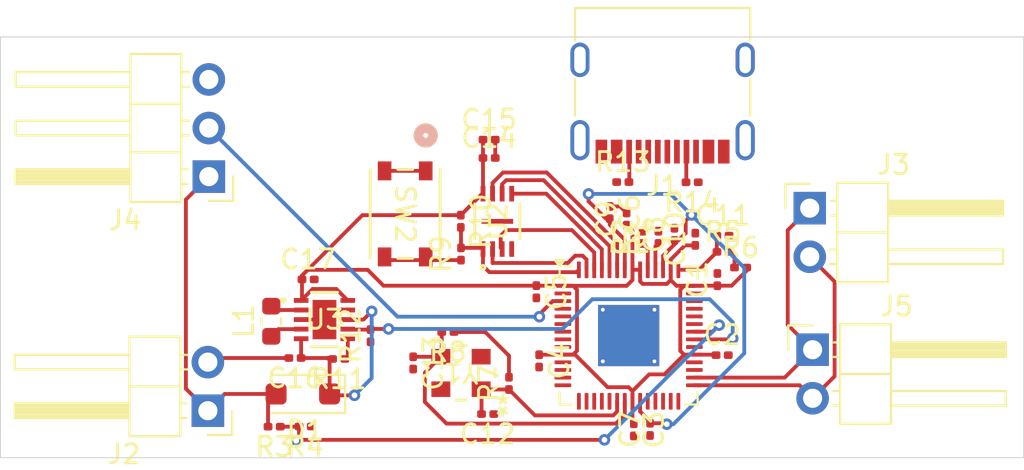
<source format=kicad_pcb>
(kicad_pcb (version 20240108) (generator "pcbnew") (generator_version "8.0")
  (layers (0 "F.Cu" signal) (31 "B.Cu" signal) (34 "B.Paste" user) (35 "F.Paste" user) (36 "B.SilkS" user "B.Silkscreen") (37 "F.SilkS" user "F.Silkscreen") (38 "B.Mask" user) (39 "F.Mask" user) (44 "Edge.Cuts" user))
  (net 0 "")
  (net 1 "/3V3")
  (net 2 "GND")
  (net 3 "/1V1")
  (net 4 "/ADC_AVDD")
  (net 5 "/XIN")
  (net 6 "/XOUT")
  (net 8 "/VSYS")
  (net 9 "/5v")
  (net 10 "/D+")
  (net 12 "/CC2")
  (net 15 "/D-")
  (net 17 "/CC1")
  (net 20 "/I2C D-")
  (net 21 "/I2C D+")
  (net 22 "Net-(U3-LX2)")
  (net 23 "Net-(U3-LX1)")
  (net 24 "Net-(U1-USB_DM)")
  (net 25 "Net-(U1-USB_DP)")
  (net 26 "/GPIO24")
  (net 27 "/ADC_VREF")
  (net 28 "Net-(R7-Pad2)")
  (net 29 "/QSPI_CSN")
  (net 30 "Net-(R9-Pad1)")
  (net 31 "/3V3_EN")
  (net 32 "/GPIO23")
  (net 34 "/QSPI_SD1")
  (net 38 "/LED OUT")
  (net 45 "/QSPI_SD3")
  (net 47 "/RUN")
  (net 52 "/QSPI_SD2")
  (net 58 "/QSPI_SCLK")
  (net 61 "/QSPI_SD0")
  (footprint "Resistor_SMD:R_0201_0603Metric" (layer "F.Cu") (at 129.515 86.07)
    (property "Reference" "R5" (at 0 -1.05 0) (layer "F.SilkS"))
    (property "Value" "1R")
    (pad "1" smd roundrect (at -0.32 0) (size 0.46 0.4) (layers "F.Cu" "F.Mask") (net 4 "/ADC_AVDD"))
    (pad "2" smd roundrect (at 0.32 0) (size 0.46 0.4) (layers "F.Cu" "F.Mask") (net 27 "/ADC_VREF"))
  )
  (footprint "Resistor_SMD:R_0201_0603Metric" (layer "F.Cu") (at 130.43 86.89)
    (property "Reference" "R6" (at 0 -1.05 0) (layer "F.SilkS"))
    (property "Value" "200R")
    (pad "1" smd roundrect (at -0.32 0) (size 0.46 0.4) (layers "F.Cu" "F.Mask") (net 27 "/ADC_VREF"))
    (pad "2" smd roundrect (at 0.32 0) (size 0.46 0.4) (layers "F.Cu" "F.Mask") (net 1 "/3V3"))
  )
  (footprint "RT6150B_33GQW:10-WFDFN-EP_RIT" (layer "F.Cu") (at 108.6708 89.610001)
    (property "Reference" "U3" (at 0 0 0) (layer "F.SilkS"))
    (property "Value" "RT6150B-33GQW")
    (pad "1" smd rect (at -1.2192 -1.000001) (size 0.762 0.254) (layers "F.Cu" "F.Paste" "F.Mask") (net 1 "/3V3"))
    (pad "2" smd rect (at -1.2192 -0.499999) (size 0.762 0.254) (layers "F.Cu" "F.Paste" "F.Mask") (net 22 "Net-(U3-LX2)"))
    (pad "3" smd rect (at -1.2192 0) (size 0.762 0.254) (layers "F.Cu" "F.Paste" "F.Mask") (net 2 "GND"))
    (pad "4" smd rect (at -1.2192 0.499999) (size 0.762 0.254) (layers "F.Cu" "F.Paste" "F.Mask") (net 23 "Net-(U3-LX1)"))
    (pad "5" smd rect (at -1.2192 1.000001) (size 0.762 0.254) (layers "F.Cu" "F.Paste" "F.Mask") (net 8 "/VSYS"))
    (pad "6" smd rect (at 1.2192 1.000001) (size 0.762 0.254) (layers "F.Cu" "F.Paste" "F.Mask") (net 31 "/3V3_EN"))
    (pad "7" smd rect (at 1.2192 0.499999) (size 0.762 0.254) (layers "F.Cu" "F.Paste" "F.Mask") (net 32 "/GPIO23"))
    (pad "8" smd rect (at 1.2192 0) (size 0.762 0.254) (layers "F.Cu" "F.Paste" "F.Mask") (net 8 "/VSYS"))
    (pad "9" smd rect (at 1.2192 -0.499999) (size 0.762 0.254) (layers "F.Cu" "F.Paste" "F.Mask") (net 2 "GND"))
    (pad "10" smd rect (at 1.2192 -1.000001) (size 0.762 0.254) (layers "F.Cu" "F.Paste" "F.Mask") (net 1 "/3V3"))
    (pad "11" smd rect (at 0 0) (size 1.2446 2.0574) (layers "F.Cu" "F.Paste" "F.Mask") (net 2 "GND"))
  )
  (footprint "Resistor_SMD:R_0201_0603Metric" (layer "F.Cu") (at 127.895 82.43 180)
    (property "Reference" "R14" (at 0 -1.05 0) (layer "F.SilkS"))
    (property "Value" "5.11K")
    (pad "1" smd roundrect (at -0.32 0 180) (size 0.46 0.4) (layers "F.Cu" "F.Mask") (net 2 "GND"))
    (pad "2" smd roundrect (at 0.32 0 180) (size 0.46 0.4) (layers "F.Cu" "F.Mask") (net 17 "/CC1"))
  )
  (footprint "Inductor_SMD:L_0603_1608Metric" (layer "F.Cu") (at 105.89 89.697502 90)
    (property "Reference" "L1" (at 0 -1.43 90) (layer "F.SilkS"))
    (property "Value" "L")
    (pad "1" smd roundrect (at -0.7875 0 90) (size 0.875 0.95) (layers "F.Cu" "F.Paste" "F.Mask") (net 23 "Net-(U3-LX1)"))
    (pad "2" smd roundrect (at 0.7875 0 90) (size 0.875 0.95) (layers "F.Cu" "F.Paste" "F.Mask") (net 22 "Net-(U3-LX2)"))
  )
  (footprint "PTS815_SJM_250_SMTR_LFS:SW4_PTS815 SJM 250 SMTR LFS_CNK" (layer "F.Cu") (at 112.89 84.0842 -90)
    (property "Reference" "SW2" (at 0 0 -90) (layer "F.SilkS"))
    (property "Value" "PTS815 SJM 250 SMTR LFS")
    (pad "1" smd rect (at -2.250001 -1.074999 270) (size 0.9906 0.7112) (layers "F.Cu" "F.Paste" "F.Mask") (net 2 "GND"))
    (pad "2" smd rect (at 2.250001 -1.074999 270) (size 0.9906 0.7112) (layers "F.Cu" "F.Paste" "F.Mask") (net 30 "Net-(R9-Pad1)"))
    (pad "3" smd rect (at -2.250001 1.074999 270) (size 0.9906 0.7112) (layers "F.Cu" "F.Paste" "F.Mask") (net 2 "GND"))
    (pad "4" smd rect (at 2.250001 1.074999 270) (size 0.9906 0.7112) (layers "F.Cu" "F.Paste" "F.Mask") (net 30 "Net-(R9-Pad1)"))
  )
  (footprint "Capacitor_SMD:C_0201_0603Metric" (layer "F.Cu") (at 107.815 87.510002)
    (property "Reference" "C17" (at 0 -1.05 0) (layer "F.SilkS"))
    (property "Value" "0.47uF")
    (pad "1" smd roundrect (at -0.32 0) (size 0.46 0.4) (layers "F.Cu" "F.Mask") (net 1 "/3V3"))
    (pad "2" smd roundrect (at 0.32 0) (size 0.46 0.4) (layers "F.Cu" "F.Mask") (net 2 "GND"))
  )
  (footprint "Resistor_SMD:R_0201_0603Metric" (layer "F.Cu") (at 109.415 91.670002 180)
    (property "Reference" "R11" (at 0 -1.05 0) (layer "F.SilkS"))
    (property "Value" "100K")
    (pad "1" smd roundrect (at -0.32 0 180) (size 0.46 0.4) (layers "F.Cu" "F.Mask") (net 31 "/3V3_EN"))
    (pad "2" smd roundrect (at 0.32 0 180) (size 0.46 0.4) (layers "F.Cu" "F.Mask") (net 8 "/VSYS"))
  )
  (footprint "Capacitor_SMD:C_0201_0603Metric" (layer "F.Cu") (at 126.97 85.155 90)
    (property "Reference" "C8" (at 0 -1.05 90) (layer "F.SilkS"))
    (property "Value" "2u2")
    (pad "1" smd roundrect (at -0.32 0 90) (size 0.46 0.4) (layers "F.Cu" "F.Mask") (net 3 "/1V1"))
    (pad "2" smd roundrect (at 0.32 0 90) (size 0.46 0.4) (layers "F.Cu" "F.Mask") (net 2 "GND"))
  )
  (footprint "Connector_PinHeader_2.54mm:PinHeader_1x02_P2.54mm_Horizontal" (layer "F.Cu") (at 102.575 94.375 180)
    (property "Reference" "J2" (at 4.385 -2.27 0) (layer "F.SilkS"))
    (property "Value" "Conn_01x02_Pin")
    (pad "1" thru_hole rect (at 0 0 180) (size 1.7 1.7) (drill 1) (layers "*.Cu" "*.Mask") (net 9 "/5v"))
    (pad "2" thru_hole oval (at 0 2.54 180) (size 1.7 1.7) (drill 1) (layers "*.Cu" "*.Mask") (net 2 "GND"))
  )
  (footprint "Capacitor_SMD:C_0201_0603Metric" (layer "F.Cu") (at 124.47 84.355 90)
    (property "Reference" "C9" (at 0 -1.05 90) (layer "F.SilkS"))
    (property "Value" "100nF")
    (pad "1" smd roundrect (at -0.32 0 90) (size 0.46 0.4) (layers "F.Cu" "F.Mask") (net 1 "/3V3"))
    (pad "2" smd roundrect (at 0.32 0 90) (size 0.46 0.4) (layers "F.Cu" "F.Mask") (net 2 "GND"))
  )
  (footprint "Capacitor_SMD:C_0201_0603Metric" (layer "F.Cu") (at 128.06 85.41 90)
    (property "Reference" "C10" (at 0 -1.05 90) (layer "F.SilkS"))
    (property "Value" "2u2")
    (pad "1" smd roundrect (at -0.32 0 90) (size 0.46 0.4) (layers "F.Cu" "F.Mask") (net 1 "/3V3"))
    (pad "2" smd roundrect (at 0.32 0 90) (size 0.46 0.4) (layers "F.Cu" "F.Mask") (net 2 "GND"))
  )
  (footprint "Package_DFN_QFN:QFN-56-1EP_7x7mm_P0.4mm_EP3.2x3.2mm_ThermalVias" (layer "F.Cu") (at 124.575 90.445)
    (property "Reference" "U1" (at 0 -4.83 0) (layer "F.SilkS"))
    (property "Value" "RP2040")
    (pad "1" smd roundrect (at -3.4375 -2.6) (size 0.875 0.2) (layers "F.Cu" "F.Paste" "F.Mask") (net 1 "/3V3"))
    (pad "2" smd roundrect (at -3.4375 -2.2) (size 0.875 0.2) (layers "F.Cu" "F.Paste" "F.Mask"))
    (pad "3" smd roundrect (at -3.4375 -1.8) (size 0.875 0.2) (layers "F.Cu" "F.Paste" "F.Mask") (net 38 "/LED OUT"))
    (pad "4" smd roundrect (at -3.4375 -1.4) (size 0.875 0.2) (layers "F.Cu" "F.Paste" "F.Mask"))
    (pad "5" smd roundrect (at -3.4375 -1) (size 0.875 0.2) (layers "F.Cu" "F.Paste" "F.Mask"))
    (pad "6" smd roundrect (at -3.4375 -0.6) (size 0.875 0.2) (layers "F.Cu" "F.Paste" "F.Mask"))
    (pad "7" smd roundrect (at -3.4375 -0.2) (size 0.875 0.2) (layers "F.Cu" "F.Paste" "F.Mask"))
    (pad "8" smd roundrect (at -3.4375 0.2) (size 0.875 0.2) (layers "F.Cu" "F.Paste" "F.Mask"))
    (pad "9" smd roundrect (at -3.4375 0.6) (size 0.875 0.2) (layers "F.Cu" "F.Paste" "F.Mask"))
    (pad "10" smd roundrect (at -3.4375 1) (size 0.875 0.2) (layers "F.Cu" "F.Paste" "F.Mask") (net 1 "/3V3"))
    (pad "11" smd roundrect (at -3.4375 1.4) (size 0.875 0.2) (layers "F.Cu" "F.Paste" "F.Mask"))
    (pad "12" smd roundrect (at -3.4375 1.8) (size 0.875 0.2) (layers "F.Cu" "F.Paste" "F.Mask"))
    (pad "13" smd roundrect (at -3.4375 2.2) (size 0.875 0.2) (layers "F.Cu" "F.Paste" "F.Mask"))
    (pad "14" smd roundrect (at -3.4375 2.6) (size 0.875 0.2) (layers "F.Cu" "F.Paste" "F.Mask"))
    (pad "15" smd roundrect (at -2.6 3.4375) (size 0.2 0.875) (layers "F.Cu" "F.Paste" "F.Mask"))
    (pad "16" smd roundrect (at -2.2 3.4375) (size 0.2 0.875) (layers "F.Cu" "F.Paste" "F.Mask"))
    (pad "17" smd roundrect (at -1.8 3.4375) (size 0.2 0.875) (layers "F.Cu" "F.Paste" "F.Mask"))
    (pad "18" smd roundrect (at -1.4 3.4375) (size 0.2 0.875) (layers "F.Cu" "F.Paste" "F.Mask"))
    (pad "19" smd roundrect (at -1 3.4375) (size 0.2 0.875) (layers "F.Cu" "F.Paste" "F.Mask") (net 2 "GND"))
    (pad "20" smd roundrect (at -0.6 3.4375) (size 0.2 0.875) (layers "F.Cu" "F.Paste" "F.Mask") (net 5 "/XIN"))
    (pad "21" smd roundrect (at -0.2 3.4375) (size 0.2 0.875) (layers "F.Cu" "F.Paste" "F.Mask") (net 6 "/XOUT"))
    (pad "22" smd roundrect (at 0.2 3.4375) (size 0.2 0.875) (layers "F.Cu" "F.Paste" "F.Mask") (net 1 "/3V3"))
    (pad "23" smd roundrect (at 0.6 3.4375) (size 0.2 0.875) (layers "F.Cu" "F.Paste" "F.Mask") (net 3 "/1V1"))
    (pad "24" smd roundrect (at 1 3.4375) (size 0.2 0.875) (layers "F.Cu" "F.Paste" "F.Mask"))
    (pad "25" smd roundrect (at 1.4 3.4375) (size 0.2 0.875) (layers "F.Cu" "F.Paste" "F.Mask"))
    (pad "26" smd roundrect (at 1.8 3.4375) (size 0.2 0.875) (layers "F.Cu" "F.Paste" "F.Mask") (net 47 "/RUN"))
    (pad "27" smd roundrect (at 2.2 3.4375) (size 0.2 0.875) (layers "F.Cu" "F.Paste" "F.Mask"))
    (pad "28" smd roundrect (at 2.6 3.4375) (size 0.2 0.875) (layers "F.Cu" "F.Paste" "F.Mask"))
    (pad "29" smd roundrect (at 3.4375 2.6) (size 0.875 0.2) (layers "F.Cu" "F.Paste" "F.Mask") (net 20 "/I2C D-"))
    (pad "30" smd roundrect (at 3.4375 2.2) (size 0.875 0.2) (layers "F.Cu" "F.Paste" "F.Mask") (net 21 "/I2C D+"))
    (pad "31" smd roundrect (at 3.4375 1.8) (size 0.875 0.2) (layers "F.Cu" "F.Paste" "F.Mask"))
    (pad "32" smd roundrect (at 3.4375 1.4) (size 0.875 0.2) (layers "F.Cu" "F.Paste" "F.Mask"))
    (pad "33" smd roundrect (at 3.4375 1) (size 0.875 0.2) (layers "F.Cu" "F.Paste" "F.Mask") (net 1 "/3V3"))
    (pad "34" smd roundrect (at 3.4375 0.6) (size 0.875 0.2) (layers "F.Cu" "F.Paste" "F.Mask"))
    (pad "35" smd roundrect (at 3.4375 0.2) (size 0.875 0.2) (layers "F.Cu" "F.Paste" "F.Mask") (net 32 "/GPIO23"))
    (pad "36" smd roundrect (at 3.4375 -0.2) (size 0.875 0.2) (layers "F.Cu" "F.Paste" "F.Mask") (net 26 "/GPIO24"))
    (pad "37" smd roundrect (at 3.4375 -0.6) (size 0.875 0.2) (layers "F.Cu" "F.Paste" "F.Mask"))
    (pad "38" smd roundrect (at 3.4375 -1) (size 0.875 0.2) (layers "F.Cu" "F.Paste" "F.Mask"))
    (pad "39" smd roundrect (at 3.4375 -1.4) (size 0.875 0.2) (layers "F.Cu" "F.Paste" "F.Mask"))
    (pad "40" smd roundrect (at 3.4375 -1.8) (size 0.875 0.2) (layers "F.Cu" "F.Paste" "F.Mask"))
    (pad "41" smd roundrect (at 3.4375 -2.2) (size 0.875 0.2) (layers "F.Cu" "F.Paste" "F.Mask"))
    (pad "42" smd roundrect (at 3.4375 -2.6) (size 0.875 0.2) (layers "F.Cu" "F.Paste" "F.Mask") (net 1 "/3V3"))
    (pad "43" smd roundrect (at 2.6 -3.4375) (size 0.2 0.875) (layers "F.Cu" "F.Paste" "F.Mask") (net 4 "/ADC_AVDD"))
    (pad "44" smd roundrect (at 2.2 -3.4375) (size 0.2 0.875) (layers "F.Cu" "F.Paste" "F.Mask") (net 1 "/3V3"))
    (pad "45" smd roundrect (at 1.8 -3.4375) (size 0.2 0.875) (layers "F.Cu" "F.Paste" "F.Mask") (net 3 "/1V1"))
    (pad "46" smd roundrect (at 1.4 -3.4375) (size 0.2 0.875) (layers "F.Cu" "F.Paste" "F.Mask") (net 24 "Net-(U1-USB_DM)"))
    (pad "47" smd roundrect (at 1 -3.4375) (size 0.2 0.875) (layers "F.Cu" "F.Paste" "F.Mask") (net 25 "Net-(U1-USB_DP)"))
    (pad "48" smd roundrect (at 0.6 -3.4375) (size 0.2 0.875) (layers "F.Cu" "F.Paste" "F.Mask") (net 1 "/3V3"))
    (pad "49" smd roundrect (at 0.2 -3.4375) (size 0.2 0.875) (layers "F.Cu" "F.Paste" "F.Mask") (net 1 "/3V3"))
    (pad "50" smd roundrect (at -0.2 -3.4375) (size 0.2 0.875) (layers "F.Cu" "F.Paste" "F.Mask") (net 3 "/1V1"))
    (pad "51" smd roundrect (at -0.6 -3.4375) (size 0.2 0.875) (layers "F.Cu" "F.Paste" "F.Mask") (net 45 "/QSPI_SD3"))
    (pad "52" smd roundrect (at -1 -3.4375) (size 0.2 0.875) (layers "F.Cu" "F.Paste" "F.Mask") (net 58 "/QSPI_SCLK"))
    (pad "53" smd roundrect (at -1.4 -3.4375) (size 0.2 0.875) (layers "F.Cu" "F.Paste" "F.Mask") (net 61 "/QSPI_SD0"))
    (pad "54" smd roundrect (at -1.8 -3.4375) (size 0.2 0.875) (layers "F.Cu" "F.Paste" "F.Mask") (net 52 "/QSPI_SD2"))
    (pad "55" smd roundrect (at -2.2 -3.4375) (size 0.2 0.875) (layers "F.Cu" "F.Paste" "F.Mask") (net 34 "/QSPI_SD1"))
    (pad "56" smd roundrect (at -2.6 -3.4375) (size 0.2 0.875) (layers "F.Cu" "F.Paste" "F.Mask") (net 29 "/QSPI_CSN"))
    (pad "57" thru_hole circle (at -1.35 -1.35) (size 0.5 0.5) (drill 0.2) (property pad_prop_heatsink) (layers "*.Cu") (net 2 "GND"))
    (pad "57" thru_hole circle (at -1.35 1.35) (size 0.5 0.5) (drill 0.2) (property pad_prop_heatsink) (layers "*.Cu") (net 2 "GND"))
    (pad "57" smd rect (at 0 0) (size 3.2 3.2) (property pad_prop_heatsink) (layers "F.Cu" "F.Mask") (net 2 "GND"))
    (pad "57" smd rect (at 0 0) (size 3.2 3.2) (property pad_prop_heatsink) (layers "B.Cu") (net 2 "GND"))
    (pad "57" thru_hole circle (at 1.35 -1.35) (size 0.5 0.5) (drill 0.2) (property pad_prop_heatsink) (layers "*.Cu") (net 2 "GND"))
    (pad "57" thru_hole circle (at 1.35 1.35) (size 0.5 0.5) (drill 0.2) (property pad_prop_heatsink) (layers "*.Cu") (net 2 "GND"))
  )
  (footprint "Capacitor_SMD:C_0201_0603Metric" (layer "F.Cu") (at 119.895 91.77 -90)
    (property "Reference" "C4" (at 0 -1.05 90) (layer "F.SilkS"))
    (property "Value" "100nF")
    (pad "1" smd roundrect (at -0.32 0 270) (size 0.46 0.4) (layers "F.Cu" "F.Mask") (net 1 "/3V3"))
    (pad "2" smd roundrect (at 0.32 0 270) (size 0.46 0.4) (layers "F.Cu" "F.Mask") (net 2 "GND"))
  )
  (footprint "Resistor_SMD:R_0201_0603Metric" (layer "F.Cu") (at 111.08 90.455002 90)
    (property "Reference" "R12" (at 0 -1.05 90) (layer "F.SilkS"))
    (property "Value" "100K")
    (pad "1" smd roundrect (at -0.32 0 90) (size 0.46 0.4) (layers "F.Cu" "F.Mask") (net 2 "GND"))
    (pad "2" smd roundrect (at 0.32 0 90) (size 0.46 0.4) (layers "F.Cu" "F.Mask") (net 32 "/GPIO23"))
  )
  (footprint "Resistor_SMD:R_0201_0603Metric" (layer "F.Cu") (at 115.8 84.47 -90)
    (property "Reference" "R10" (at 0 -1.05 90) (layer "F.SilkS"))
    (property "Value" "No-Fit")
    (pad "1" smd roundrect (at -0.32 0 270) (size 0.46 0.4) (layers "F.Cu" "F.Mask") (net 1 "/3V3"))
    (pad "2" smd roundrect (at 0.32 0 270) (size 0.46 0.4) (layers "F.Cu" "F.Mask") (net 29 "/QSPI_CSN"))
  )
  (footprint "Capacitor_SMD:C_0201_0603Metric" (layer "F.Cu") (at 129.215 87.52 90)
    (property "Reference" "C1" (at 0 -1.05 90) (layer "F.SilkS"))
    (property "Value" "100nF")
    (pad "1" smd roundrect (at -0.32 0 90) (size 0.46 0.4) (layers "F.Cu" "F.Mask") (net 1 "/3V3"))
    (pad "2" smd roundrect (at 0.32 0 90) (size 0.46 0.4) (layers "F.Cu" "F.Mask") (net 2 "GND"))
  )
  (footprint "Capacitor_SMD:C_0201_0603Metric" (layer "F.Cu") (at 119.75 88.155 -90)
    (property "Reference" "C5" (at 0 -1.05 90) (layer "F.SilkS"))
    (property "Value" "100nF")
    (pad "1" smd roundrect (at -0.32 0 270) (size 0.46 0.4) (layers "F.Cu" "F.Mask") (net 1 "/3V3"))
    (pad "2" smd roundrect (at 0.32 0 270) (size 0.46 0.4) (layers "F.Cu" "F.Mask") (net 2 "GND"))
  )
  (footprint "Connector_PinHeader_2.54mm:PinHeader_1x03_P2.54mm_Horizontal" (layer "F.Cu") (at 102.625 82.135 180)
    (property "Reference" "J4" (at 4.385 -2.27 0) (layer "F.SilkS"))
    (property "Value" "Conn_01x03_Pin")
    (pad "1" thru_hole rect (at 0 0 180) (size 1.7 1.7) (drill 1) (layers "*.Cu" "*.Mask") (net 9 "/5v"))
    (pad "2" thru_hole oval (at 0 2.54 180) (size 1.7 1.7) (drill 1) (layers "*.Cu" "*.Mask") (net 38 "/LED OUT"))
    (pad "3" thru_hole oval (at 0 5.08 180) (size 1.7 1.7) (drill 1) (layers "*.Cu" "*.Mask") (net 2 "GND"))
  )
  (footprint "Resistor_SMD:R_0201_0603Metric" (layer "F.Cu") (at 124.27 82.42)
    (property "Reference" "R13" (at 0 -1.05 0) (layer "F.SilkS"))
    (property "Value" "5.11K")
    (pad "1" smd roundrect (at -0.32 0) (size 0.46 0.4) (layers "F.Cu" "F.Mask") (net 2 "GND"))
    (pad "2" smd roundrect (at 0.32 0) (size 0.46 0.4) (layers "F.Cu" "F.Mask") (net 12 "/CC2"))
  )
  (footprint "Capacitor_SMD:C_0201_0603Metric" (layer "F.Cu") (at 117.2037 94.5506 180)
    (property "Reference" "C12" (at 0 -1.05 0) (layer "F.SilkS"))
    (property "Value" "15pF")
    (pad "1" smd roundrect (at -0.32 0 180) (size 0.46 0.4) (layers "F.Cu" "F.Mask") (net 2 "GND"))
    (pad "2" smd roundrect (at 0.32 0 180) (size 0.46 0.4) (layers "F.Cu" "F.Mask") (net 5 "/XIN"))
  )
  (footprint "W25Q16JVUXIQ_TR:USON-8_UX_2x3x0p6_WIN" (layer "F.Cu") (at 117.71 84.475 90)
    (property "Reference" "U2" (at 0 0 90) (layer "F.SilkS"))
    (property "Value" "W25Q16JVUXIQ TR")
    (pad "1" smd rect (at -1.4478 -0.750001 90) (size 0.8128 0.254) (layers "F.Cu" "F.Paste" "F.Mask") (net 29 "/QSPI_CSN"))
    (pad "2" smd rect (at -1.4478 -0.25 90) (size 0.8128 0.254) (layers "F.Cu" "F.Paste" "F.Mask") (net 34 "/QSPI_SD1"))
    (pad "3" smd rect (at -1.4478 0.25 90) (size 0.8128 0.254) (layers "F.Cu" "F.Paste" "F.Mask") (net 52 "/QSPI_SD2"))
    (pad "4" smd rect (at -1.4478 0.750001 90) (size 0.8128 0.254) (layers "F.Cu" "F.Paste" "F.Mask") (net 2 "GND"))
    (pad "5" smd rect (at 1.4478 0.750001 90) (size 0.8128 0.254) (layers "F.Cu" "F.Paste" "F.Mask") (net 61 "/QSPI_SD0"))
    (pad "6" smd rect (at 1.4478 0.25 90) (size 0.8128 0.254) (layers "F.Cu" "F.Paste" "F.Mask") (net 58 "/QSPI_SCLK"))
    (pad "7" smd rect (at 1.4478 -0.25 90) (size 0.8128 0.254) (layers "F.Cu" "F.Paste" "F.Mask") (net 45 "/QSPI_SD3"))
    (pad "8" smd rect (at 1.4478 -0.750001 90) (size 0.8128 0.254) (layers "F.Cu" "F.Paste" "F.Mask") (net 1 "/3V3"))
    (pad "9" smd rect (at 0 0 90) (size 0.254 1.651) (layers "F.Cu" "F.Paste" "F.Mask"))
  )
  (footprint "Diode_SMD:D_SOD-123F" (layer "F.Cu") (at 107.54 93.5 180)
    (property "Reference" "D1" (at -0.127 -1.905 0) (layer "F.SilkS"))
    (property "Value" "D_Schottky")
    (pad "1" smd roundrect (at -1.4 0 180) (size 1.1 1.1) (layers "F.Cu" "F.Paste" "F.Mask") (roundrect_rratio 0.2272727273) (net 8 "/VSYS"))
    (pad "2" smd roundrect (at 1.4 0 180) (size 1.1 1.1) (layers "F.Cu" "F.Paste" "F.Mask") (roundrect_rratio 0.2272727273) (net 9 "/5v"))
  )
  (footprint "Resistor_SMD:R_0201_0603Metric" (layer "F.Cu") (at 126.13 85.31 90)
    (property "Reference" "R1" (at 0 -1.05 90) (layer "F.SilkS"))
    (property "Value" "27R")
    (pad "1" smd roundrect (at -0.32 0 90) (size 0.46 0.4) (layers "F.Cu" "F.Mask") (net 24 "Net-(U1-USB_DM)"))
    (pad "2" smd roundrect (at 0.32 0 90) (size 0.46 0.4) (layers "F.Cu" "F.Mask") (net 15 "/D-"))
  )
  (footprint "Capacitor_SMD:C_0201_0603Metric" (layer "F.Cu") (at 129.505 85.22)
    (property "Reference" "C11" (at 0 -1.05 0) (layer "F.SilkS"))
    (property "Value" "2u2")
    (pad "1" smd roundrect (at -0.32 0) (size 0.46 0.4) (layers "F.Cu" "F.Mask") (net 4 "/ADC_AVDD"))
    (pad "2" smd roundrect (at 0.32 0) (size 0.46 0.4) (layers "F.Cu" "F.Mask") (net 2 "GND"))
  )
  (footprint "Resistor_SMD:R_0201_0603Metric" (layer "F.Cu") (at 115.1237 90.2606 180)
    (property "Reference" "R8" (at 0 -1.05 0) (layer "F.SilkS"))
    (property "Value" "63")
    (pad "1" smd roundrect (at -0.32 0 180) (size 0.46 0.4) (layers "F.Cu" "F.Mask") (net 28 "Net-(R7-Pad2)"))
    (pad "2" smd roundrect (at 0.32 0 180) (size 0.46 0.4) (layers "F.Cu" "F.Mask") (net 6 "/XOUT"))
  )
  (footprint "ABM8G_12_000MHZ_B4Y_T:CRYSTAL_ABM8G_ABR" (layer "F.Cu") (at 115.81 92.4 180)
    (property "Reference" "Y1" (at 0 0 180) (layer "F.SilkS"))
    (property "Value" "ABM8G-12.000MHZ-B4Y-T")
    (fp_text user "*" (at -2.1844 -1.7 180) (layer "F.SilkS"))
    (fp_text user "*" (at -2.1844 -1.7 0) (layer "F.SilkS"))
    (pad "1" smd rect (at -1.0541 -0.850001 270) (size 0.8128 0.9906) (layers "F.Cu" "F.Paste" "F.Mask") (net 5 "/XIN"))
    (pad "2" smd rect (at -1.0541 0.850001 270) (size 0.8128 0.9906) (layers "F.Cu" "F.Paste" "F.Mask") (net 2 "GND"))
    (pad "3" smd rect (at 1.0541 0.850001 270) (size 0.8128 0.9906) (layers "F.Cu" "F.Paste" "F.Mask") (net 6 "/XOUT"))
    (pad "4" smd rect (at 1.0541 -0.850001 270) (size 0.8128 0.9906) (layers "F.Cu" "F.Paste" "F.Mask") (net 2 "GND"))
  )
  (footprint "Capacitor_SMD:C_0201_0603Metric" (layer "F.Cu") (at 129.465 91.47)
    (property "Reference" "C2" (at 0 -1.05 360) (layer "F.SilkS"))
    (property "Value" "100nF")
    (pad "1" smd roundrect (at -0.32 0) (size 0.46 0.4) (layers "F.Cu" "F.Mask") (net 1 "/3V3"))
    (pad "2" smd roundrect (at 0.32 0) (size 0.46 0.4) (layers "F.Cu" "F.Mask") (net 2 "GND"))
  )
  (footprint "Connector_USB:USB_C_Receptacle_G-Switch_GT-USB-7010ASV" (layer "F.Cu") (at 126.35 77.105 180)
    (property "Reference" "J1" (at 0 -5.5 0) (layer "F.SilkS"))
    (property "Value" "USB_C_Receptacle_USB2.0_16P")
    (pad "" np_thru_hole circle (at -2.89 -2.605 180) (size 0.65 0.65) (drill 0.65) (layers "*.Cu" "*.Mask"))
    (pad "" np_thru_hole circle (at 2.89 -2.605 180) (size 0.65 0.65) (drill 0.65) (layers "*.Cu" "*.Mask"))
    (pad "A1" smd rect (at -3.2 -3.725 180) (size 0.6 1.24) (layers "F.Cu" "F.Paste" "F.Mask") (net 2 "GND"))
    (pad "A4" smd rect (at -2.4 -3.725 180) (size 0.6 1.24) (layers "F.Cu" "F.Paste" "F.Mask"))
    (pad "A5" smd rect (at -1.25 -3.725 180) (size 0.3 1.24) (layers "F.Cu" "F.Paste" "F.Mask") (net 17 "/CC1"))
    (pad "A6" smd rect (at -0.25 -3.725 180) (size 0.3 1.24) (layers "F.Cu" "F.Paste" "F.Mask") (net 10 "/D+"))
    (pad "A7" smd rect (at 0.25 -3.725 180) (size 0.3 1.24) (layers "F.Cu" "F.Paste" "F.Mask") (net 15 "/D-"))
    (pad "A8" smd rect (at 1.25 -3.725 180) (size 0.3 1.24) (layers "F.Cu" "F.Paste" "F.Mask"))
    (pad "A9" smd rect (at 2.4 -3.725 180) (size 0.6 1.24) (layers "F.Cu" "F.Paste" "F.Mask"))
    (pad "A12" smd rect (at 3.2 -3.725 180) (size 0.6 1.24) (layers "F.Cu" "F.Paste" "F.Mask") (net 2 "GND"))
    (pad "B1" smd rect (at 3.2 -3.725 180) (size 0.6 1.24) (layers "F.Cu" "F.Paste" "F.Mask") (net 2 "GND"))
    (pad "B4" smd rect (at 2.4 -3.725 180) (size 0.6 1.24) (layers "F.Cu" "F.Paste" "F.Mask"))
    (pad "B5" smd rect (at 1.75 -3.725 180) (size 0.3 1.24) (layers "F.Cu" "F.Paste" "F.Mask") (net 12 "/CC2"))
    (pad "B6" smd rect (at 0.75 -3.725 180) (size 0.3 1.24) (layers "F.Cu" "F.Paste" "F.Mask") (net 10 "/D+"))
    (pad "B7" smd rect (at -0.75 -3.725 180) (size 0.3 1.24) (layers "F.Cu" "F.Paste" "F.Mask") (net 15 "/D-"))
    (pad "B8" smd rect (at -1.75 -3.725 180) (size 0.3 1.24) (layers "F.Cu" "F.Paste" "F.Mask"))
    (pad "B9" smd rect (at -2.4 -3.725 180) (size 0.6 1.24) (layers "F.Cu" "F.Paste" "F.Mask"))
    (pad "B12" smd rect (at -3.2 -3.725 180) (size 0.6 1.24) (layers "F.Cu" "F.Paste" "F.Mask") (net 2 "GND"))
    (pad "S1" thru_hole oval (at -4.32 -3.125 180) (size 1 2.1) (drill oval 0.6 1.7) (layers "*.Cu" "*.Mask") (net 2 "GND"))
    (pad "S1" thru_hole oval (at -4.32 1.075 180) (size 1 1.8) (drill oval 0.6 1.4) (layers "*.Cu" "*.Mask") (net 2 "GND"))
    (pad "S1" thru_hole oval (at 4.32 -3.125 180) (size 1 2.1) (drill oval 0.6 1.7) (layers "*.Cu" "*.Mask") (net 2 "GND"))
    (pad "S1" thru_hole oval (at 4.32 1.075 180) (size 1 1.8) (drill oval 0.6 1.4) (layers "*.Cu" "*.Mask") (net 2 "GND"))
  )
  (footprint "Resistor_SMD:R_0201_0603Metric" (layer "F.Cu") (at 125.3 85.31 90)
    (property "Reference" "R2" (at 0 -1.05 90) (layer "F.SilkS"))
    (property "Value" "27R")
    (pad "1" smd roundrect (at -0.32 0 90) (size 0.46 0.4) (layers "F.Cu" "F.Mask") (net 25 "Net-(U1-USB_DP)"))
    (pad "2" smd roundrect (at 0.32 0 90) (size 0.46 0.4) (layers "F.Cu" "F.Mask") (net 10 "/D+"))
  )
  (footprint "Resistor_SMD:R_0201_0603Metric" (layer "F.Cu") (at 118.3187 92.9456 90)
    (property "Reference" "R7" (at 0 -1.05 90) (layer "F.SilkS"))
    (property "Value" "NO-FIT")
    (pad "1" smd roundrect (at -0.32 0 90) (size 0.46 0.4) (layers "F.Cu" "F.Mask") (net 5 "/XIN"))
    (pad "2" smd roundrect (at 0.32 0 90) (size 0.46 0.4) (layers "F.Cu" "F.Mask") (net 28 "Net-(R7-Pad2)"))
  )
  (footprint "Capacitor_SMD:C_0201_0603Metric" (layer "F.Cu") (at 113.3087 91.8756 -90)
    (property "Reference" "C13" (at 0 -1.05 90) (layer "F.SilkS"))
    (property "Value" "15pF")
    (pad "1" smd roundrect (at -0.32 0 270) (size 0.46 0.4) (layers "F.Cu" "F.Mask") (net 6 "/XOUT"))
    (pad "2" smd roundrect (at 0.32 0 270) (size 0.46 0.4) (layers "F.Cu" "F.Mask") (net 2 "GND"))
  )
  (footprint "Capacitor_SMD:C_0201_0603Metric" (layer "F.Cu") (at 117.28 80.2)
    (property "Reference" "C15" (at 0 -1.05 0) (layer "F.SilkS"))
    (property "Value" "2u2 F")
    (pad "1" smd roundrect (at -0.32 0) (size 0.46 0.4) (layers "F.Cu" "F.Mask") (net 1 "/3V3"))
    (pad "2" smd roundrect (at 0.32 0) (size 0.46 0.4) (layers "F.Cu" "F.Mask") (net 2 "GND"))
  )
  (footprint "Resistor_SMD:R_0201_0603Metric" (layer "F.Cu") (at 115.81 86.18 90)
    (property "Reference" "R9" (at 0 -1.05 90) (layer "F.SilkS"))
    (property "Value" "1K")
    (pad "1" smd roundrect (at -0.32 0 90) (size 0.46 0.4) (layers "F.Cu" "F.Mask") (net 30 "Net-(R9-Pad1)"))
    (pad "2" smd roundrect (at 0.32 0 90) (size 0.46 0.4) (layers "F.Cu" "F.Mask") (net 29 "/QSPI_CSN"))
  )
  (footprint "Resistor_SMD:R_0201_0603Metric" (layer "F.Cu") (at 107.66 95.2 180)
    (property "Reference" "R4" (at 0 -1.05 0) (layer "F.SilkS"))
    (property "Value" "10K")
    (pad "1" smd roundrect (at -0.32 0 180) (size 0.46 0.4) (layers "F.Cu" "F.Mask") (net 2 "GND"))
    (pad "2" smd roundrect (at 0.32 0 180) (size 0.46 0.4) (layers "F.Cu" "F.Mask") (net 26 "/GPIO24"))
  )
  (footprint "Capacitor_SMD:C_0201_0603Metric" (layer "F.Cu") (at 107.13 91.620002 180)
    (property "Reference" "C16" (at 0 -1.05 0) (layer "F.SilkS"))
    (property "Value" "0.47uF")
    (pad "1" smd roundrect (at -0.32 0 180) (size 0.46 0.4) (layers "F.Cu" "F.Mask") (net 8 "/VSYS"))
    (pad "2" smd roundrect (at 0.32 0 180) (size 0.46 0.4) (layers "F.Cu" "F.Mask") (net 2 "GND"))
  )
  (footprint "Capacitor_SMD:C_0201_0603Metric" (layer "F.Cu") (at 124.845 95.375 -90)
    (property "Reference" "C3" (at 0 -1.05 90) (layer "F.SilkS"))
    (property "Value" "100nF")
    (pad "1" smd roundrect (at -0.32 0 270) (size 0.46 0.4) (layers "F.Cu" "F.Mask") (net 1 "/3V3"))
    (pad "2" smd roundrect (at 0.32 0 270) (size 0.46 0.4) (layers "F.Cu" "F.Mask") (net 2 "GND"))
  )
  (footprint "Capacitor_SMD:C_0201_0603Metric" (layer "F.Cu") (at 117.28 81.16)
    (property "Reference" "C14" (at 0 -1.05 0) (layer "F.SilkS"))
    (property "Value" "100nF")
    (pad "1" smd roundrect (at -0.32 0) (size 0.46 0.4) (layers "F.Cu" "F.Mask") (net 1 "/3V3"))
    (pad "2" smd roundrect (at 0.32 0) (size 0.46 0.4) (layers "F.Cu" "F.Mask") (net 2 "GND"))
  )
  (footprint "Resistor_SMD:R_0201_0603Metric" (layer "F.Cu") (at 106.04 95.21 180)
    (property "Reference" "R3" (at 0 -1.05 0) (layer "F.SilkS"))
    (property "Value" "5K6")
    (pad "1" smd roundrect (at -0.32 0 180) (size 0.46 0.4) (layers "F.Cu" "F.Mask") (net 26 "/GPIO24"))
    (pad "2" smd roundrect (at 0.32 0 180) (size 0.46 0.4) (layers "F.Cu" "F.Mask") (net 9 "/5v"))
  )
  (footprint "Capacitor_SMD:C_0201_0603Metric" (layer "F.Cu") (at 125.695 95.35 90)
    (property "Reference" "C7" (at 0 -1.05 90) (layer "F.SilkS"))
    (property "Value" "100nF")
    (pad "1" smd roundrect (at -0.32 0 90) (size 0.46 0.4) (layers "F.Cu" "F.Mask") (net 2 "GND"))
    (pad "2" smd roundrect (at 0.32 0 90) (size 0.46 0.4) (layers "F.Cu" "F.Mask") (net 3 "/1V1"))
  )
  (footprint "Capacitor_SMD:C_0201_0603Metric" (layer "F.Cu") (at 123.59 84.015 -90)
    (property "Reference" "C6" (at 0 -1.05 90) (layer "F.SilkS"))
    (property "Value" "100nF")
    (pad "1" smd roundrect (at -0.32 0 270) (size 0.46 0.4) (layers "F.Cu" "F.Mask") (net 2 "GND"))
    (pad "2" smd roundrect (at 0.32 0 270) (size 0.46 0.4) (layers "F.Cu" "F.Mask") (net 3 "/1V1"))
  )
  (footprint "Connector_PinHeader_2.54mm:PinHeader_1x02_P2.54mm_Horizontal" (layer "F.Cu") (at 134.195 91.185)
    (property "Reference" "J5" (at 4.385 -2.27 0) (layer "F.SilkS"))
    (property "Value" "Conn_01x02_Pin")
    (pad "1" thru_hole rect (at 0 0) (size 1.7 1.7) (drill 1) (layers "*.Cu" "*.Mask") (net 21 "/I2C D+"))
    (pad "2" thru_hole oval (at 0 2.54) (size 1.7 1.7) (drill 1) (layers "*.Cu" "*.Mask") (net 20 "/I2C D-"))
  )
  (footprint "Connector_PinHeader_2.54mm:PinHeader_1x02_P2.54mm_Horizontal" (layer "F.Cu") (at 134.045 83.785)
    (property "Reference" "J3" (at 4.385 -2.27 0) (layer "F.SilkS"))
    (property "Value" "Conn_01x02_Pin")
    (pad "1" thru_hole rect (at 0 0) (size 1.7 1.7) (drill 1) (layers "*.Cu" "*.Mask") (net 21 "/I2C D+"))
    (pad "2" thru_hole oval (at 0 2.54) (size 1.7 1.7) (drill 1) (layers "*.Cu" "*.Mask") (net 20 "/I2C D-"))
  )
  (gr_rect (start 91.73 74.83) (end 145.23 96.83) (stroke (width 0.05)) (fill none) (layer "Edge.Cuts"))
  (segment (start 107.495 88.5666) (end 107.4516 88.61) (width 0.2) (layer "F.Cu") (net 1))
  (segment (start 116.959999 80.200001) (end 116.96 80.2) (width 0.2) (layer "F.Cu") (net 1))
  (segment (start 116.965 83.022199) (end 116.959999 83.0272) (width 0.2) (layer "F.Cu") (net 1))
  (segment (start 129.958456 87.84) (end 129.215 87.84) (width 0.2) (layer "F.Cu") (net 1))
  (segment (start 126.775 87.0075) (end 126.775 86.47364) (width 0.2) (layer "F.Cu") (net 1))
  (segment (start 116.959999 83.0272) (end 116.959999 80.200001) (width 0.2) (layer "F.Cu") (net 1))
  (segment (start 128.0125 87.845) (end 127.47864 87.845) (width 0.2) (layer "F.Cu") (net 1))
  (segment (start 109.89 88.61) (end 109.290002 88.010002) (width 0.2) (layer "F.Cu") (net 1))
  (segment (start 121.67136 91.445) (end 121.1375 91.445) (width 0.2) (layer "F.Cu") (net 1))
  (segment (start 110.930002 87.010002) (end 111.76 87.84) (width 0.2) (layer "F.Cu") (net 1))
  (segment (start 109.290002 88.010002) (end 108.051598 88.010002) (width 0.2) (layer "F.Cu") (net 1))
  (segment (start 126.775 87.54136) (end 126.57136 87.745) (width 0.2) (layer "F.Cu") (net 1))
  (segment (start 107.495 87.310003) (end 107.495 87.510002) (width 0.2) (layer "F.Cu") (net 1))
  (segment (start 124.47136 87.845) (end 121.1375 87.845) (width 0.2) (layer "F.Cu") (net 1))
  (segment (start 124.775 93.8825) (end 124.775 94.985) (width 0.2) (layer "F.Cu") (net 1))
  (segment (start 108.051598 88.010002) (end 107.4516 88.61) (width 0.2) (layer "F.Cu") (net 1))
  (segment (start 127.51864 85.73) (end 128.06 85.73) (width 0.2) (layer "F.Cu") (net 1))
  (segment (start 119.9 91.445) (end 121.1375 91.445) (width 0.2) (layer "F.Cu") (net 1))
  (segment (start 124.47 84.675) (end 124.775 84.98) (width 0.2) (layer "F.Cu") (net 1))
  (segment (start 124.775 87.54136) (end 124.47136 87.845) (width 0.2) (layer "F.Cu") (net 1))
  (segment (start 126.775 86.47364) (end 127.51864 85.73) (width 0.2) (layer "F.Cu") (net 1))
  (segment (start 125.64864 92.475) (end 126.44864 92.475) (width 0.2) (layer "F.Cu") (net 1))
  (segment (start 121.775 91.445) (end 123.475 93.145) (width 0.2) (layer "F.Cu") (net 1))
  (segment (start 107.495 87.310003) (end 107.795001 87.010002) (width 0.2) (layer "F.Cu") (net 1))
  (segment (start 124.775 84.98) (end 124.775 87.0075) (width 0.2) (layer "F.Cu") (net 1))
  (segment (start 125.175 87.0075) (end 124.775 87.0075) (width 0.2) (layer "F.Cu") (net 1))
  (segment (start 126.775 87.0075) (end 126.775 87.54136) (width 0.2) (layer "F.Cu") (net 1))
  (segment (start 124.775 93.34864) (end 125.64864 92.475) (width 0.2) (layer "F.Cu") (net 1))
  (segment (start 124.775 94.985) (end 124.845 95.055) (width 0.2) (layer "F.Cu") (net 1))
  (segment (start 125.305 87.745) (end 125.175 87.615) (width 0.2) (layer "F.Cu") (net 1))
  (segment (start 127.275 91.24136) (end 127.47864 91.445) (width 0.2) (layer "F.Cu") (net 1))
  (segment (start 111.76 87.84) (end 119.985 87.84) (width 0.2) (layer "F.Cu") (net 1))
  (segment (start 123.475 93.145) (end 124.57136 93.145) (width 0.2) (layer "F.Cu") (net 1))
  (segment (start 121.1375 87.845) (end 121.67136 87.845) (width 0.2) (layer "F.Cu") (net 1))
  (segment (start 127.275 88.04864) (end 127.275 91.24136) (width 0.2) (layer "F.Cu") (net 1))
  (segment (start 127.07864 87.845) (end 126.775 87.54136) (width 0.2) (layer "F.Cu") (net 1))
  (segment (start 116.965 82.985) (end 115.8 84.15) (width 0.2) (layer "F.Cu") (net 1))
  (segment (start 129.175 91.435) (end 129.165 91.445) (width 0.2) (layer "F.Cu") (net 1))
  (segment (start 115.8 84.15) (end 110.655003 84.15) (width 0.2) (layer "F.Cu") (net 1))
  (segment (start 121.67136 87.845) (end 121.875 88.04864) (width 0.2) (layer "F.Cu") (net 1))
  (segment (start 126.44864 92.475) (end 127.47864 91.445) (width 0.2) (layer "F.Cu") (net 1))
  (segment (start 130.75 86.89) (end 130.75 87.048456) (width 0.2) (layer "F.Cu") (net 1))
  (segment (start 127.47864 87.845) (end 127.275 88.04864) (width 0.2) (layer "F.Cu") (net 1))
  (segment (start 107.495 87.510002) (end 107.495 88.5666) (width 0.2) (layer "F.Cu") (net 1))
  (segment (start 124.775 95.04) (end 124.78 95.045) (width 0.2) (layer "F.Cu") (net 1))
  (segment (start 121.875 88.04864) (end 121.875 91.24136) (width 0.2) (layer "F.Cu") (net 1))
  (segment (start 124.775 87.0075) (end 124.775 87.54136) (width 0.2) (layer "F.Cu") (net 1))
  (segment (start 130.75 87.048456) (end 129.958456 87.84) (width 0.2) (layer "F.Cu") (net 1))
  (segment (start 110.655003 84.15) (end 107.495 87.310003) (width 0.2) (layer "F.Cu") (net 1))
  (segment (start 121.875 91.24136) (end 121.67136 91.445) (width 0.2) (layer "F.Cu") (net 1))
  (segment (start 128.0175 87.84) (end 128.0125 87.845) (width 0.2) (layer "F.Cu") (net 1))
  (segment (start 127.47864 91.445) (end 128.0125 91.445) (width 0.2) (layer "F.Cu") (net 1))
  (segment (start 128.0125 87.845) (end 127.07864 87.845) (width 0.2) (layer "F.Cu") (net 1))
  (segment (start 129.215 87.84) (end 128.0175 87.84) (width 0.2) (layer "F.Cu") (net 1))
  (segment (start 124.775 93.8825) (end 124.775 93.34864) (width 0.2) (layer "F.Cu") (net 1))
  (segment (start 125.175 87.615) (end 125.175 87.0075) (width 0.2) (layer "F.Cu") (net 1))
  (segment (start 129.165 91.445) (end 128.0125 91.445) (width 0.2) (layer "F.Cu") (net 1))
  (segment (start 119.985 87.84) (end 121.1325 87.84) (width 0.2) (layer "F.Cu") (net 1))
  (segment (start 107.795001 87.010002) (end 110.930002 87.010002) (width 0.2) (layer "F.Cu") (net 1))
  (segment (start 121.1375 91.445) (end 121.775 91.445) (width 0.2) (layer "F.Cu") (net 1))
  (segment (start 124.57136 93.145) (end 124.775 93.34864) (width 0.2) (layer "F.Cu") (net 1))
  (segment (start 121.1325 87.84) (end 121.1375 87.845) (width 0.2) (layer "F.Cu") (net 1))
  (segment (start 126.57136 87.745) (end 125.305 87.745) (width 0.2) (layer "F.Cu") (net 1))
  (segment (start 111.815001 81.834199) (end 113.964999 81.834199) (width 0.2) (layer "F.Cu") (net 2))
  (segment (start 107.4516 89.610001) (end 108.6708 89.610001) (width 0.2) (layer "F.Cu") (net 2))
  (segment (start 102.789998 91.620002) (end 102.575 91.835) (width 0.2) (layer "F.Cu") (net 2))
  (segment (start 124.13 83.695) (end 124.47 84.035) (width 0.2) (layer "F.Cu") (net 2))
  (segment (start 109.170799 89.110002) (end 109.89 89.110002) (width 0.2) (layer "F.Cu") (net 2))
  (segment (start 108.6708 89.610001) (end 109.170799 89.110002) (width 0.2) (layer "F.Cu") (net 2))
  (segment (start 123.59 83.695) (end 124.13 83.695) (width 0.2) (layer "F.Cu") (net 2))
  (segment (start 117.6 80.2) (end 117.6 81.16) (width 0.2) (layer "F.Cu") (net 2))
  (segment (start 106.81 91.620002) (end 102.789998 91.620002) (width 0.2) (layer "F.Cu") (net 2))
  (segment (start 126.98 85.625) (end 126.98 85.67) (width 0.2) (layer "F.Cu") (net 3))
  (segment (start 126.97 85.475) (end 127.169999 85.475) (width 0.2) (layer "F.Cu") (net 3))
  (segment (start 127.56 84.44) (end 127.86 84.14) (width 0.2) (layer "F.Cu") (net 3))
  (segment (start 124.375 85.436422) (end 124.375 87.0075) (width 0.2) (layer "F.Cu") (net 3))
  (segment (start 127.128456 85.475) (end 126.97 85.475) (width 0.2) (layer "F.Cu") (net 3))
  (segment (start 122.48 83.424999) (end 122.48 83.04) (width 0.2) (layer "F.Cu") (net 3))
  (segment (start 126.52 95.03) (end 126.57 95.08) (width 0.2) (layer "F.Cu") (net 3))
  (segment (start 123.59 84.651422) (end 124.375 85.436422) (width 0.2) (layer "F.Cu") (net 3))
  (segment (start 125.695 95.03) (end 126.52 95.03) (width 0.2) (layer "F.Cu") (net 3))
  (segment (start 125.695 94.93636) (end 125.175 94.41636) (width 0.2) (layer "F.Cu") (net 3))
  (segment (start 125.695 95.03) (end 125.695 94.93636) (width 0.2) (layer "F.Cu") (net 3))
  (segment (start 123.59 84.335) (end 123.390001 84.335) (width 0.2) (layer "F.Cu") (net 3))
  (segment (start 126.375 86.275) (end 126.375 87.0075) (width 0.2) (layer "F.Cu") (net 3))
  (segment (start 127.56 85.084999) (end 127.56 84.44) (width 0.2) (layer "F.Cu") (net 3))
  (segment (start 123.59 84.335) (end 123.59 84.651422) (width 0.2) (layer "F.Cu") (net 3))
  (segment (start 123.390001 84.335) (end 122.48 83.424999) (width 0.2) (layer "F.Cu") (net 3))
  (segment (start 127.169999 85.475) (end 127.56 85.084999) (width 0.2) (layer "F.Cu") (net 3))
  (segment (start 126.98 85.67) (end 126.375 86.275) (width 0.2) (layer "F.Cu") (net 3))
  (segment (start 125.175 94.41636) (end 125.175 93.8825) (width 0.2) (layer "F.Cu") (net 3))
  (via (at 122.48 83.04) (size 0.6) (drill 0.3) (layers "F.Cu" "B.Cu") (net 3))
  (via (at 127.86 84.14) (size 0.6) (drill 0.3) (layers "F.Cu" "B.Cu") (net 3))
  (via (at 126.57 95.08) (size 0.6) (drill 0.3) (layers "F.Cu" "B.Cu") (net 3))
  (segment (start 126.76 83.04) (end 127.86 84.14) (width 0.2) (layer "B.Cu") (net 3))
  (segment (start 126.916346 95.08) (end 130.62 91.376346) (width 0.2) (layer "B.Cu") (net 3))
  (segment (start 130.62 91.376346) (end 130.62 86.9) (width 0.2) (layer "B.Cu") (net 3))
  (segment (start 122.48 83.04) (end 126.76 83.04) (width 0.2) (layer "B.Cu") (net 3))
  (segment (start 126.57 95.08) (end 126.916346 95.08) (width 0.2) (layer "B.Cu") (net 3))
  (segment (start 130.62 86.9) (end 127.86 84.14) (width 0.2) (layer "B.Cu") (net 3))
  (segment (start 128.2575 87.0075) (end 127.175 87.0075) (width 0.2) (layer "F.Cu") (net 4))
  (segment (start 129.195 86.07) (end 128.2575 87.0075) (width 0.2) (layer "F.Cu") (net 4))
  (segment (start 129.185 86.06) (end 129.195 86.07) (width 0.2) (layer "F.Cu") (net 4))
  (segment (start 129.185 85.22) (end 129.185 86.06) (width 0.2) (layer "F.Cu") (net 4))
  (segment (start 119.6731 94.62) (end 123.77136 94.62) (width 0.2) (layer "F.Cu") (net 5))
  (segment (start 116.8837 93.269601) (end 116.8641 93.250001) (width 0.2) (layer "F.Cu") (net 5))
  (segment (start 123.77136 94.62) (end 123.975 94.41636) (width 0.2) (layer "F.Cu") (net 5))
  (segment (start 116.879699 93.2656) (end 116.8641 93.250001) (width 0.2) (layer "F.Cu") (net 5))
  (segment (start 123.975 94.41636) (end 123.975 93.8825) (width 0.2) (layer "F.Cu") (net 5))
  (segment (start 116.8837 94.5506) (end 116.8837 93.269601) (width 0.2) (layer "F.Cu") (net 5))
  (segment (start 118.3187 93.2656) (end 116.879699 93.2656) (width 0.2) (layer "F.Cu") (net 5))
  (segment (start 118.3187 93.2656) (end 119.6731 94.62) (width 0.2) (layer "F.Cu") (net 5))
  (segment (start 115.054799 95.0506) (end 113.92 93.915801) (width 0.2) (layer "F.Cu") (net 6))
  (segment (start 114.8037 90.2606) (end 114.8037 91.502199) (width 0.2) (layer "F.Cu") (net 6))
  (segment (start 114.750299 91.5556) (end 114.7559 91.549999) (width 0.2) (layer "F.Cu") (net 6))
  (segment (start 113.92 93.915801) (end 113.92 92.385899) (width 0.2) (layer "F.Cu") (net 6))
  (segment (start 113.92 92.385899) (end 114.7559 91.549999) (width 0.2) (layer "F.Cu") (net 6))
  (segment (start 113.3087 91.5556) (end 114.750299 91.5556) (width 0.2) (layer "F.Cu") (net 6))
  (segment (start 114.8037 91.502199) (end 114.7559 91.549999) (width 0.2) (layer "F.Cu") (net 6))
  (segment (start 124.375 94.582046) (end 123.906446 95.0506) (width 0.2) (layer "F.Cu") (net 6))
  (segment (start 124.375 93.8825) (end 124.375 94.582046) (width 0.2) (layer "F.Cu") (net 6))
  (segment (start 123.906446 95.0506) (end 115.054799 95.0506) (width 0.2) (layer "F.Cu") (net 6))
  (segment (start 108.94 91.730002) (end 108.83 91.620002) (width 0.2) (layer "F.Cu") (net 8))
  (segment (start 107.45 90.611602) (end 107.4516 90.610002) (width 0.2) (layer "F.Cu") (net 8))
  (segment (start 109.045 91.620002) (end 109.095 91.670002) (width 0.2) (layer "F.Cu") (net 8))
  (segment (start 109.01 93.57) (end 108.94 93.5) (width 0.2) (layer "F.Cu") (net 8))
  (segment (start 107.45 91.620002) (end 107.45 90.611602) (width 0.2) (layer "F.Cu") (net 8))
  (segment (start 110.24 93.57) (end 109.01 93.57) (width 0.2) (layer "F.Cu") (net 8))
  (segment (start 107.45 91.620002) (end 108.83 91.620002) (width 0.2) (layer "F.Cu") (net 8))
  (segment (start 108.83 91.620002) (end 109.045 91.620002) (width 0.2) (layer "F.Cu") (net 8))
  (segment (start 108.94 93.5) (end 108.94 91.730002) (width 0.2) (layer "F.Cu") (net 8))
  (segment (start 110.709999 89.610001) (end 109.89 89.610001) (width 0.2) (layer "F.Cu") (net 8))
  (segment (start 111.14 89.18) (end 110.709999 89.610001) (width 0.2) (layer "F.Cu") (net 8))
  (segment (start 107.475 90.633402) (end 107.4516 90.610002) (width 0.2) (layer "F.Cu") (net 8))
  (via (at 111.14 89.18) (size 0.6) (drill 0.3) (layers "F.Cu" "B.Cu") (net 8))
  (via (at 110.24 93.57) (size 0.6) (drill 0.3) (layers "F.Cu" "B.Cu") (net 8))
  (segment (start 111.14 89.18) (end 111.14 92.67) (width 0.2) (layer "B.Cu") (net 8))
  (segment (start 111.14 92.67) (end 110.24 93.57) (width 0.2) (layer "B.Cu") (net 8))
  (segment (start 105.72 93.92) (end 106.14 93.5) (width 0.2) (layer "F.Cu") (net 9))
  (segment (start 101.425 93.225) (end 102.575 94.375) (width 0.2) (layer "F.Cu") (net 9))
  (segment (start 105.72 95.21) (end 105.72 93.92) (width 0.2) (layer "F.Cu") (net 9))
  (segment (start 101.425 83.335) (end 101.425 93.225) (width 0.2) (layer "F.Cu") (net 9))
  (segment (start 106.14 93.5) (end 103.45 93.5) (width 0.2) (layer "F.Cu") (net 9))
  (segment (start 102.625 82.135) (end 101.425 83.335) (width 0.2) (layer "F.Cu") (net 9))
  (segment (start 103.45 93.5) (end 102.575 94.375) (width 0.2) (layer "F.Cu") (net 9))
  (segment (start 124.61 80.84) (end 124.6 80.83) (width 0.2) (layer "F.Cu") (net 12))
  (segment (start 124.61 82.5) (end 124.61 80.84) (width 0.2) (layer "F.Cu") (net 12))
  (segment (start 127.59 82.5) (end 127.59 80.84) (width 0.2) (layer "F.Cu") (net 17))
  (segment (start 127.59 80.84) (end 127.6 80.83) (width 0.2) (layer "F.Cu") (net 17))
  (segment (start 134.195 93.725) (end 135.345 92.575) (width 0.2) (layer "F.Cu") (net 20))
  (segment (start 135.345 92.575) (end 135.345 87.625) (width 0.2) (layer "F.Cu") (net 20))
  (segment (start 135.345 87.625) (end 134.045 86.325) (width 0.2) (layer "F.Cu") (net 20))
  (segment (start 128.0125 93.045) (end 133.515 93.045) (width 0.2) (layer "F.Cu") (net 20))
  (segment (start 133.515 93.045) (end 134.195 93.725) (width 0.2) (layer "F.Cu") (net 20))
  (segment (start 132.895 84.935) (end 134.045 83.785) (width 0.2) (layer "F.Cu") (net 21))
  (segment (start 134.195 91.185) (end 132.895 89.885) (width 0.2) (layer "F.Cu") (net 21))
  (segment (start 132.895 89.885) (end 132.895 84.935) (width 0.2) (layer "F.Cu") (net 21))
  (segment (start 132.735 92.645) (end 134.195 91.185) (width 0.2) (layer "F.Cu") (net 21))
  (segment (start 128.0125 92.645) (end 132.735 92.645) (width 0.2) (layer "F.Cu") (net 21))
  (segment (start 107.4516 89.110002) (end 106.09 89.110002) (width 0.2) (layer "F.Cu") (net 22))
  (segment (start 106.09 89.110002) (end 105.89 88.910002) (width 0.2) (layer "F.Cu") (net 22))
  (segment (start 107.4516 90.11) (end 106.265002 90.11) (width 0.2) (layer "F.Cu") (net 23))
  (segment (start 106.265002 90.11) (end 105.89 90.485002) (width 0.2) (layer "F.Cu") (net 23))
  (segment (start 126.13 85.63) (end 125.975 85.785) (width 0.2) (layer "F.Cu") (net 24))
  (segment (start 125.975 85.785) (end 125.975 87.0075) (width 0.2) (layer "F.Cu") (net 24))
  (segment (start 125.3 85.63) (end 125.575 85.905) (width 0.2) (layer "F.Cu") (net 25))
  (segment (start 125.575 85.905) (end 125.575 87.0075) (width 0.2) (layer "F.Cu") (net 25))
  (segment (start 107.34 95.2) (end 107.34 95.8) (width 0.2) (layer "F.Cu") (net 26))
  (segment (start 129.31 89.9) (end 128.965 90.245) (width 0.2) (layer "F.Cu") (net 26))
  (segment (start 123.31 95.9) (end 107.24 95.9) (width 0.2) (layer "F.Cu") (net 26))
  (segment (start 107.34 95.8) (end 107.19 95.95) (width 0.2) (layer "F.Cu") (net 26))
  (segment (start 107.24 95.9) (end 107.19 95.95) (width 0.2) (layer "F.Cu") (net 26))
  (segment (start 106.36 95.21) (end 107.33 95.21) (width 0.2) (layer "F.Cu") (net 26))
  (segment (start 128.965 90.245) (end 128.0125 90.245) (width 0.2) (layer "F.Cu") (net 26))
  (via (at 107.19 95.95) (size 0.6) (drill 0.3) (layers "F.Cu" "B.Cu") (net 26))
  (via (at 123.31 95.9) (size 0.6) (drill 0.3) (layers "F.Cu" "B.Cu") (net 26))
  (via (at 129.31 89.9) (size 0.6) (drill 0.3) (layers "F.Cu" "B.Cu") (net 26))
  (segment (start 129.31 89.9) (end 123.31 95.9) (width 0.2) (layer "B.Cu") (net 26))
  (segment (start 123.31 95.9) (end 123.26 95.95) (width 0.2) (layer "B.Cu") (net 26))
  (segment (start 130.11 86.89) (end 130.11 86.345) (width 0.2) (layer "F.Cu") (net 27))
  (segment (start 130.11 86.345) (end 129.835 86.07) (width 0.2) (layer "F.Cu") (net 27))
  (segment (start 115.4437 90.2606) (end 117.076401 90.2606) (width 0.2) (layer "F.Cu") (net 28))
  (segment (start 117.076401 90.2606) (end 118.3187 91.502899) (width 0.2) (layer "F.Cu") (net 28))
  (segment (start 118.3187 91.502899) (end 118.3187 92.6256) (width 0.2) (layer "F.Cu") (net 28))
  (segment (start 116.959999 86.799999) (end 116.959999 85.9228) (width 0.2) (layer "F.Cu") (net 29))
  (segment (start 115.81 85.86) (end 116.897199 85.86) (width 0.2) (layer "F.Cu") (net 29))
  (segment (start 115.81 85.86) (end 115.81 84.8) (width 0.2) (layer "F.Cu") (net 29))
  (segment (start 121.8525 87.13) (end 117.29 87.13) (width 0.2) (layer "F.Cu") (net 29))
  (segment (start 115.81 84.8) (end 115.8 84.79) (width 0.2) (layer "F.Cu") (net 29))
  (segment (start 121.975 87.0075) (end 121.8525 87.13) (width 0.2) (layer "F.Cu") (net 29))
  (segment (start 117.29 87.13) (end 116.959999 86.799999) (width 0.2) (layer "F.Cu") (net 29))
  (segment (start 116.897199 85.86) (end 116.959999 85.9228) (width 0.2) (layer "F.Cu") (net 29))
  (segment (start 111.9808 86.5) (end 115.81 86.5) (width 0.2) (layer "F.Cu") (net 30))
  (segment (start 111.815001 86.334201) (end 111.9808 86.5) (width 0.2) (layer "F.Cu") (net 30))
  (segment (start 109.89 91.515002) (end 109.735 91.670002) (width 0.2) (layer "F.Cu") (net 31))
  (segment (start 109.89 90.610002) (end 109.89 91.515002) (width 0.2) (layer "F.Cu") (net 31))
  (segment (start 129.965 90.645) (end 128.0125 90.645) (width 0.2) (layer "F.Cu") (net 32))
  (segment (start 111.08 90.135002) (end 109.915002 90.135002) (width 0.2) (layer "F.Cu") (net 32))
  (segment (start 111.115002 90.1) (end 111.08 90.135002) (width 0.2) (layer "F.Cu") (net 32))
  (segment (start 109.915002 90.135002) (end 109.89 90.11) (width 0.2) (layer "F.Cu") (net 32))
  (segment (start 112.02 90.1) (end 111.115002 90.1) (width 0.2) (layer "F.Cu") (net 32))
  (segment (start 130.02 90.59) (end 129.965 90.645) (width 0.2) (layer "F.Cu") (net 32))
  (via (at 130.02 90.59) (size 0.6) (drill 0.3) (layers "F.Cu" "B.Cu") (net 32))
  (via (at 112.02 90.1) (size 0.6) (drill 0.3) (layers "F.Cu" "B.Cu") (net 32))
  (segment (start 122.675 88.545) (end 128.815 88.545) (width 0.2) (layer "B.Cu") (net 32))
  (segment (start 112.02 90.1) (end 121.12 90.1) (width 0.2) (layer "B.Cu") (net 32))
  (segment (start 128.815 88.545) (end 130.02 89.75) (width 0.2) (layer "B.Cu") (net 32))
  (segment (start 121.12 90.1) (end 122.675 88.545) (width 0.2) (layer "B.Cu") (net 32))
  (segment (start 130.02 89.75) (end 130.02 90.59) (width 0.2) (layer "B.Cu") (net 32))
  (segment (start 122.375 86.47364) (end 122.375 87.0075) (width 0.2) (layer "F.Cu") (net 34))
  (segment (start 117.46 86.65) (end 121.39864 86.65) (width 0.2) (layer "F.Cu") (net 34))
  (segment (start 122.17136 86.27) (end 122.375 86.47364) (width 0.2) (layer "F.Cu") (net 34))
  (segment (start 117.46 85.9228) (end 117.46 86.65) (width 0.2) (layer "F.Cu") (net 34))
  (segment (start 121.77864 86.27) (end 122.17136 86.27) (width 0.2) (layer "F.Cu") (net 34))
  (segment (start 121.39864 86.65) (end 121.77864 86.27) (width 0.2) (layer "F.Cu") (net 34))
  (segment (start 119.91 89.46) (end 119.91 89.33864) (width 0.2) (layer "F.Cu") (net 38))
  (segment (start 119.91 89.33864) (end 120.60364 88.645) (width 0.2) (layer "F.Cu") (net 38))
  (segment (start 120.60364 88.645) (end 121.1375 88.645) (width 0.2) (layer "F.Cu") (net 38))
  (via (at 119.91 89.46) (size 0.6) (drill 0.3) (layers "F.Cu" "B.Cu") (net 38))
  (segment (start 112.49 89.46) (end 102.625 79.595) (width 0.2) (layer "B.Cu") (net 38))
  (segment (start 119.91 89.46) (end 112.49 89.46) (width 0.2) (layer "B.Cu") (net 38))
  (segment (start 123.975 87.0075) (end 123.975 85.602108) (width 0.2) (layer "F.Cu") (net 45))
  (segment (start 117.46 82.466999) (end 117.46 83.0272) (width 0.2) (layer "F.Cu") (net 45))
  (segment (start 123.975 85.602108) (end 120.293692 81.9208) (width 0.2) (layer "F.Cu") (net 45))
  (segment (start 118.006199 81.9208) (end 117.46 82.466999) (width 0.2) (layer "F.Cu") (net 45))
  (segment (start 120.293692 81.9208) (end 118.006199 81.9208) (width 0.2) (layer "F.Cu") (net 45))
  (segment (start 122.775 86.099166) (end 121.605834 84.93) (width 0.2) (layer "F.Cu") (net 52))
  (segment (start 117.887 85.8498) (end 117.96 85.9228) (width 0.2) (layer "F.Cu") (net 52))
  (segment (start 117.887 85.223) (end 117.887 85.8498) (width 0.2) (layer "F.Cu") (net 52))
  (segment (start 122.775 87.0075) (end 122.775 86.099166) (width 0.2) (layer "F.Cu") (net 52))
  (segment (start 121.605834 84.93) (end 118.18 84.93) (width 0.2) (layer "F.Cu") (net 52))
  (segment (start 118.18 84.93) (end 117.887 85.223) (width 0.2) (layer "F.Cu") (net 52))
  (segment (start 117.96 82.532685) (end 118.171885 82.3208) (width 0.2) (layer "F.Cu") (net 58))
  (segment (start 123.575 85.767794) (end 123.575 87.0075) (width 0.2) (layer "F.Cu") (net 58))
  (segment (start 118.171885 82.3208) (end 120.128006 82.3208) (width 0.2) (layer "F.Cu") (net 58))
  (segment (start 117.96 83.0272) (end 117.96 82.532685) (width 0.2) (layer "F.Cu") (net 58))
  (segment (start 120.128006 82.3208) (end 123.575 85.767794) (width 0.2) (layer "F.Cu") (net 58))
  (segment (start 123.175 85.93348) (end 120.26872 83.0272) (width 0.2) (layer "F.Cu") (net 61))
  (segment (start 120.26872 83.0272) (end 118.460001 83.0272) (width 0.2) (layer "F.Cu") (net 61))
  (segment (start 123.175 87.0075) (end 123.175 85.93348) (width 0.2) (layer "F.Cu") (net 61))
)
</source>
